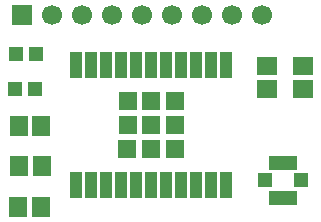
<source format=gbr>
G04 DipTrace 3.0.0.2*
G04 TopMask.gbr*
%MOMM*%
G04 #@! TF.FileFunction,Soldermask,Top*
G04 #@! TF.Part,Single*
%ADD25R,1.5X1.5*%
%ADD37R,1.0X2.2*%
%ADD39R,1.7X1.5*%
%ADD41C,1.7*%
%ADD43R,1.7X1.7*%
%ADD44R,1.5X1.7*%
%ADD46R,1.3X1.2*%
%ADD48R,2.45X1.3*%
%ADD50R,1.3X1.25*%
%FSLAX35Y35*%
G04*
G71*
G90*
G75*
G01*
G04 TopMask*
%LPD*%
D50*
X2222000Y352000D3*
X2522000D3*
D48*
X2372000Y202000D3*
Y502000D3*
D46*
X107000Y1420000D3*
X277000D3*
X105000Y1123000D3*
X275000D3*
D44*
X134000Y816000D3*
X324000D3*
D43*
X161000Y1750000D3*
D41*
X415000D3*
X669000D3*
X923000D3*
X1177000D3*
X1431000D3*
X1685000D3*
X1939000D3*
X2193000D3*
D44*
X137000Y476000D3*
X327000D3*
D39*
X2233000Y1320000D3*
Y1130000D3*
D44*
X130000Y130000D3*
X320000D3*
D39*
X2541000Y1320000D3*
Y1130000D3*
D37*
X620000Y311000D3*
X747000D3*
X874000D3*
X1001000D3*
X1128000D3*
X1255000D3*
X1382000D3*
X1509000D3*
X1636000D3*
X1763000D3*
X1890000D3*
Y1331000D3*
X1763000D3*
X1636000D3*
X1509000D3*
X1382000D3*
X1255000D3*
X1128000D3*
X1001000D3*
X874000D3*
X747000D3*
X620000D3*
D25*
X1055000Y821000D3*
X1255000D3*
X1455000D3*
Y1021000D3*
X1255000D3*
X1055000D3*
X1053000Y621000D3*
X1253000D3*
X1453000D3*
M02*

</source>
